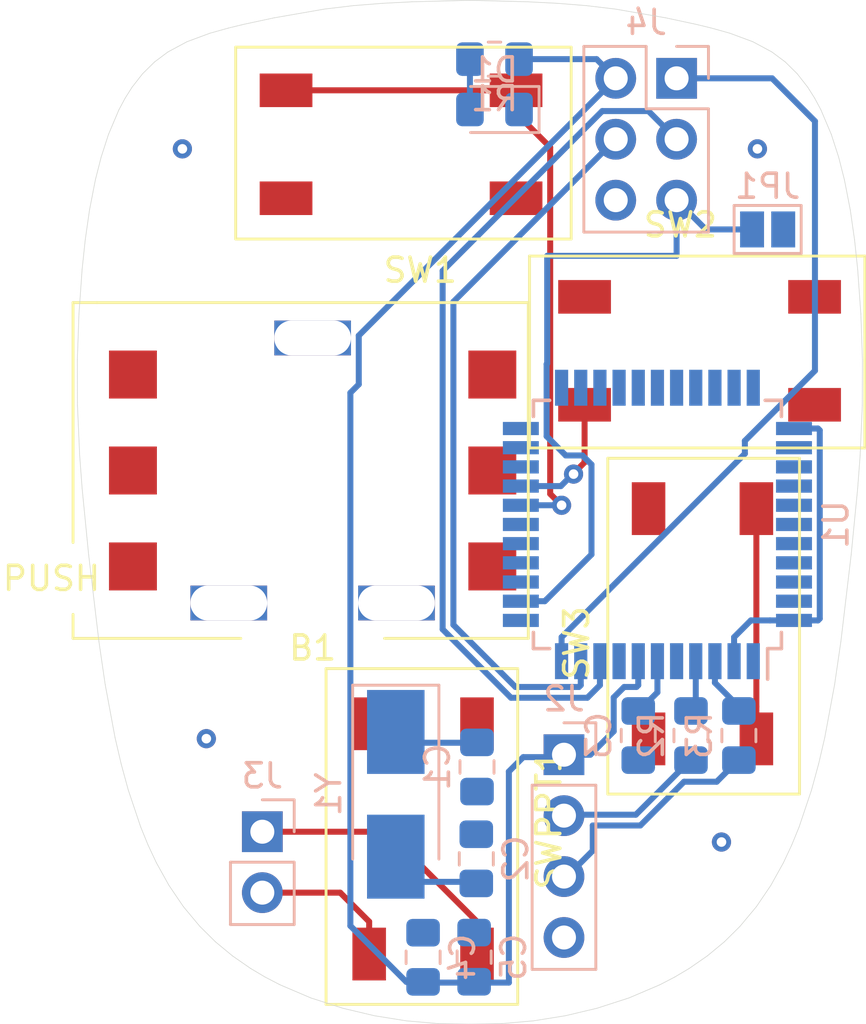
<source format=kicad_pcb>
(kicad_pcb (version 20171130) (host pcbnew "(5.1.5)-3")

  (general
    (thickness 1.6)
    (drawings 98)
    (tracks 106)
    (zones 0)
    (modules 20)
    (nets 41)
  )

  (page A4)
  (layers
    (0 F.Cu signal)
    (31 B.Cu signal)
    (32 B.Adhes user)
    (33 F.Adhes user)
    (34 B.Paste user)
    (35 F.Paste user)
    (36 B.SilkS user hide)
    (37 F.SilkS user)
    (38 B.Mask user)
    (39 F.Mask user)
    (40 Dwgs.User user)
    (41 Cmts.User user)
    (42 Eco1.User user)
    (43 Eco2.User user)
    (44 Edge.Cuts user)
    (45 Margin user hide)
    (46 B.CrtYd user)
    (47 F.CrtYd user)
    (48 B.Fab user hide)
    (49 F.Fab user hide)
  )

  (setup
    (last_trace_width 0.25)
    (trace_clearance 0.2)
    (zone_clearance 0.508)
    (zone_45_only no)
    (trace_min 0.2)
    (via_size 0.8)
    (via_drill 0.4)
    (via_min_size 0.4)
    (via_min_drill 0.3)
    (uvia_size 0.3)
    (uvia_drill 0.1)
    (uvias_allowed no)
    (uvia_min_size 0.2)
    (uvia_min_drill 0.1)
    (edge_width 0.05)
    (segment_width 0.2)
    (pcb_text_width 0.3)
    (pcb_text_size 1.5 1.5)
    (mod_edge_width 0.12)
    (mod_text_size 1 1)
    (mod_text_width 0.15)
    (pad_size 1.524 1.524)
    (pad_drill 0.762)
    (pad_to_mask_clearance 0.051)
    (solder_mask_min_width 0.25)
    (aux_axis_origin 0 0)
    (visible_elements 7FFFFFFF)
    (pcbplotparams
      (layerselection 0x010fc_ffffffff)
      (usegerberextensions false)
      (usegerberattributes false)
      (usegerberadvancedattributes false)
      (creategerberjobfile false)
      (excludeedgelayer true)
      (linewidth 0.100000)
      (plotframeref false)
      (viasonmask false)
      (mode 1)
      (useauxorigin false)
      (hpglpennumber 1)
      (hpglpenspeed 20)
      (hpglpendiameter 15.000000)
      (psnegative false)
      (psa4output false)
      (plotreference true)
      (plotvalue true)
      (plotinvisibletext false)
      (padsonsilk false)
      (subtractmaskfromsilk false)
      (outputformat 1)
      (mirror false)
      (drillshape 1)
      (scaleselection 1)
      (outputdirectory ""))
  )

  (net 0 "")
  (net 1 "Net-(C1-Pad1)")
  (net 2 GND)
  (net 3 "Net-(C2-Pad1)")
  (net 4 "Net-(C3-Pad1)")
  (net 5 "Net-(D1-Pad2)")
  (net 6 /D+)
  (net 7 +5V)
  (net 8 /D-)
  (net 9 "Net-(J3-Pad1)")
  (net 10 "Net-(J3-Pad2)")
  (net 11 "Net-(J4-Pad1)")
  (net 12 "Net-(J4-Pad3)")
  (net 13 "Net-(J4-Pad4)")
  (net 14 "Net-(J4-Pad5)")
  (net 15 "Net-(R2-Pad1)")
  (net 16 "Net-(R3-Pad1)")
  (net 17 "Net-(SW2-Pad1)")
  (net 18 "Net-(SW3-Pad1)")
  (net 19 "Net-(U1-Pad1)")
  (net 20 "Net-(U1-Pad8)")
  (net 21 "Net-(U1-Pad12)")
  (net 22 "Net-(U1-Pad28)")
  (net 23 "Net-(U1-Pad29)")
  (net 24 "Net-(U1-Pad30)")
  (net 25 "Net-(U1-Pad31)")
  (net 26 "Net-(U1-Pad32)")
  (net 27 "Net-(U1-Pad33)")
  (net 28 "Net-(U1-Pad36)")
  (net 29 "Net-(U1-Pad37)")
  (net 30 "Net-(U1-Pad38)")
  (net 31 "Net-(U1-Pad39)")
  (net 32 "Net-(U1-Pad40)")
  (net 33 "Net-(U1-Pad41)")
  (net 34 "Net-(U1-Pad42)")
  (net 35 "Net-(B1-Pad3)")
  (net 36 "Net-(B1-Pad2)")
  (net 37 "Net-(B1-Pad5)")
  (net 38 "Net-(B1-Pad1)")
  (net 39 "Net-(B1-Pad4)")
  (net 40 "Net-(SW1-Pad1)")

  (net_class Default "Dies ist die voreingestellte Netzklasse."
    (clearance 0.2)
    (trace_width 0.25)
    (via_dia 0.8)
    (via_drill 0.4)
    (uvia_dia 0.3)
    (uvia_drill 0.1)
    (add_net +5V)
    (add_net /D+)
    (add_net /D-)
    (add_net GND)
    (add_net "Net-(B1-Pad1)")
    (add_net "Net-(B1-Pad2)")
    (add_net "Net-(B1-Pad3)")
    (add_net "Net-(B1-Pad4)")
    (add_net "Net-(B1-Pad5)")
    (add_net "Net-(C1-Pad1)")
    (add_net "Net-(C2-Pad1)")
    (add_net "Net-(C3-Pad1)")
    (add_net "Net-(D1-Pad2)")
    (add_net "Net-(J3-Pad1)")
    (add_net "Net-(J3-Pad2)")
    (add_net "Net-(J4-Pad1)")
    (add_net "Net-(J4-Pad3)")
    (add_net "Net-(J4-Pad4)")
    (add_net "Net-(J4-Pad5)")
    (add_net "Net-(R2-Pad1)")
    (add_net "Net-(R3-Pad1)")
    (add_net "Net-(SW1-Pad1)")
    (add_net "Net-(SW2-Pad1)")
    (add_net "Net-(SW3-Pad1)")
    (add_net "Net-(U1-Pad1)")
    (add_net "Net-(U1-Pad12)")
    (add_net "Net-(U1-Pad28)")
    (add_net "Net-(U1-Pad29)")
    (add_net "Net-(U1-Pad30)")
    (add_net "Net-(U1-Pad31)")
    (add_net "Net-(U1-Pad32)")
    (add_net "Net-(U1-Pad33)")
    (add_net "Net-(U1-Pad36)")
    (add_net "Net-(U1-Pad37)")
    (add_net "Net-(U1-Pad38)")
    (add_net "Net-(U1-Pad39)")
    (add_net "Net-(U1-Pad40)")
    (add_net "Net-(U1-Pad41)")
    (add_net "Net-(U1-Pad42)")
    (add_net "Net-(U1-Pad8)")
  )

  (net_class +5V ""
    (clearance 0.4)
    (trace_width 0.5)
    (via_dia 0.8)
    (via_drill 0.4)
    (uvia_dia 0.3)
    (uvia_drill 0.1)
  )

  (module Button_Switch_SMD:Reichelt_RAFI_Kurzhubtaster (layer F.Cu) (tedit 5E341CC7) (tstamp 5E308EB0)
    (at 197.97 106.91 90)
    (path /5E2FEFE7)
    (fp_text reference SWPPT1 (at 6.7 2.3 270) (layer F.SilkS)
      (effects (font (size 1 1) (thickness 0.15)))
    )
    (fp_text value SW_Push (at 5.8 -7.9 270) (layer F.Fab)
      (effects (font (size 1 1) (thickness 0.15)))
    )
    (fp_line (start -1 1) (end -1 -7) (layer F.SilkS) (width 0.12))
    (fp_line (start 13 1) (end -1 1) (layer F.SilkS) (width 0.12))
    (fp_line (start 13 -7) (end 13 1) (layer F.SilkS) (width 0.12))
    (fp_line (start -1 -7) (end 13 -7) (layer F.SilkS) (width 0.12))
    (pad 2 smd rect (at 10.7 -0.7 90) (size 2.2 1.4) (layers F.Cu F.Paste F.Mask)
      (net 9 "Net-(J3-Pad1)"))
    (pad 2 smd rect (at 1.1 -0.7 90) (size 2.2 1.4) (layers F.Cu F.Paste F.Mask)
      (net 9 "Net-(J3-Pad1)"))
    (pad 1 smd rect (at 10.7 -5.2 90) (size 2.2 1.4) (layers F.Cu F.Paste F.Mask)
      (net 10 "Net-(J3-Pad2)"))
    (pad 1 smd rect (at 1.1 -5.2 90) (size 2.2 1.4) (layers F.Cu F.Paste F.Mask)
      (net 10 "Net-(J3-Pad2)"))
  )

  (module Button_Switch_SMD:Reichelt_RAFI_Kurzhubtaster (layer F.Cu) (tedit 5E341CC7) (tstamp 5E308EA4)
    (at 203.73 86.14 270)
    (path /5E2E6FE7)
    (fp_text reference SW3 (at 6.7 2.3 270) (layer F.SilkS)
      (effects (font (size 1 1) (thickness 0.15)))
    )
    (fp_text value SW_Push (at 5.8 -7.9 270) (layer F.Fab)
      (effects (font (size 1 1) (thickness 0.15)))
    )
    (fp_line (start -1 1) (end -1 -7) (layer F.SilkS) (width 0.12))
    (fp_line (start 13 1) (end -1 1) (layer F.SilkS) (width 0.12))
    (fp_line (start 13 -7) (end 13 1) (layer F.SilkS) (width 0.12))
    (fp_line (start -1 -7) (end 13 -7) (layer F.SilkS) (width 0.12))
    (pad 2 smd rect (at 10.7 -0.7 270) (size 2.2 1.4) (layers F.Cu F.Paste F.Mask)
      (net 2 GND))
    (pad 2 smd rect (at 1.1 -0.7 270) (size 2.2 1.4) (layers F.Cu F.Paste F.Mask)
      (net 2 GND))
    (pad 1 smd rect (at 10.7 -5.2 270) (size 2.2 1.4) (layers F.Cu F.Paste F.Mask)
      (net 18 "Net-(SW3-Pad1)"))
    (pad 1 smd rect (at 1.1 -5.2 270) (size 2.2 1.4) (layers F.Cu F.Paste F.Mask)
      (net 18 "Net-(SW3-Pad1)"))
  )

  (module Button_Switch_SMD:Reichelt_RAFI_Kurzhubtaster (layer F.Cu) (tedit 5E341CC7) (tstamp 5E308E98)
    (at 212.46 77.71 180)
    (path /5E2E71EB)
    (fp_text reference SW2 (at 6.7 2.3) (layer F.SilkS)
      (effects (font (size 1 1) (thickness 0.15)))
    )
    (fp_text value SW_Push (at 5.8 -7.9) (layer F.Fab)
      (effects (font (size 1 1) (thickness 0.15)))
    )
    (fp_line (start -1 1) (end -1 -7) (layer F.SilkS) (width 0.12))
    (fp_line (start 13 1) (end -1 1) (layer F.SilkS) (width 0.12))
    (fp_line (start 13 -7) (end 13 1) (layer F.SilkS) (width 0.12))
    (fp_line (start -1 -7) (end 13 -7) (layer F.SilkS) (width 0.12))
    (pad 2 smd rect (at 10.7 -0.7 180) (size 2.2 1.4) (layers F.Cu F.Paste F.Mask)
      (net 2 GND))
    (pad 2 smd rect (at 1.1 -0.7 180) (size 2.2 1.4) (layers F.Cu F.Paste F.Mask)
      (net 2 GND))
    (pad 1 smd rect (at 10.7 -5.2 180) (size 2.2 1.4) (layers F.Cu F.Paste F.Mask)
      (net 17 "Net-(SW2-Pad1)"))
    (pad 1 smd rect (at 1.1 -5.2 180) (size 2.2 1.4) (layers F.Cu F.Paste F.Mask)
      (net 17 "Net-(SW2-Pad1)"))
  )

  (module Button_Switch_SMD:Reichelt_RAFI_Kurzhubtaster (layer F.Cu) (tedit 5E341CC7) (tstamp 5E308E8C)
    (at 188.2 75)
    (path /5E2E73C3)
    (fp_text reference SW1 (at 6.7 2.3) (layer F.SilkS)
      (effects (font (size 1 1) (thickness 0.15)))
    )
    (fp_text value SW_Push (at 5.8 -7.9) (layer F.Fab)
      (effects (font (size 1 1) (thickness 0.15)))
    )
    (fp_line (start -1 1) (end -1 -7) (layer F.SilkS) (width 0.12))
    (fp_line (start 13 1) (end -1 1) (layer F.SilkS) (width 0.12))
    (fp_line (start 13 -7) (end 13 1) (layer F.SilkS) (width 0.12))
    (fp_line (start -1 -7) (end 13 -7) (layer F.SilkS) (width 0.12))
    (pad 2 smd rect (at 10.7 -0.7) (size 2.2 1.4) (layers F.Cu F.Paste F.Mask)
      (net 2 GND))
    (pad 2 smd rect (at 1.1 -0.7) (size 2.2 1.4) (layers F.Cu F.Paste F.Mask)
      (net 2 GND))
    (pad 1 smd rect (at 10.7 -5.2) (size 2.2 1.4) (layers F.Cu F.Paste F.Mask)
      (net 40 "Net-(SW1-Pad1)"))
    (pad 1 smd rect (at 1.1 -5.2) (size 2.2 1.4) (layers F.Cu F.Paste F.Mask)
      (net 40 "Net-(SW1-Pad1)"))
  )

  (module Crystal:Crystal_SMD_5032-2Pin_5.0x3.2mm_HandSoldering (layer B.Cu) (tedit 5A0FD1B2) (tstamp 5E308F0E)
    (at 193.88 99.15 270)
    (descr "SMD Crystal SERIES SMD2520/2 http://www.icbase.com/File/PDF/HKC/HKC00061008.pdf, hand-soldering, 5.0x3.2mm^2 package")
    (tags "SMD SMT crystal hand-soldering")
    (path /5E25AE67)
    (attr smd)
    (fp_text reference Y1 (at 0 2.8 90) (layer B.SilkS)
      (effects (font (size 1 1) (thickness 0.15)) (justify mirror))
    )
    (fp_text value 16MHz (at 0 -2.8 90) (layer B.Fab)
      (effects (font (size 1 1) (thickness 0.15)) (justify mirror))
    )
    (fp_circle (center 0 0) (end 0.093333 0) (layer B.Adhes) (width 0.186667))
    (fp_circle (center 0 0) (end 0.213333 0) (layer B.Adhes) (width 0.133333))
    (fp_circle (center 0 0) (end 0.333333 0) (layer B.Adhes) (width 0.133333))
    (fp_circle (center 0 0) (end 0.4 0) (layer B.Adhes) (width 0.1))
    (fp_line (start 4.6 1.9) (end -4.6 1.9) (layer B.CrtYd) (width 0.05))
    (fp_line (start 4.6 -1.9) (end 4.6 1.9) (layer B.CrtYd) (width 0.05))
    (fp_line (start -4.6 -1.9) (end 4.6 -1.9) (layer B.CrtYd) (width 0.05))
    (fp_line (start -4.6 1.9) (end -4.6 -1.9) (layer B.CrtYd) (width 0.05))
    (fp_line (start -4.55 -1.8) (end 2.7 -1.8) (layer B.SilkS) (width 0.12))
    (fp_line (start -4.55 1.8) (end -4.55 -1.8) (layer B.SilkS) (width 0.12))
    (fp_line (start 2.7 1.8) (end -4.55 1.8) (layer B.SilkS) (width 0.12))
    (fp_line (start -2.5 -0.6) (end -1.5 -1.6) (layer B.Fab) (width 0.1))
    (fp_line (start -2.5 1.4) (end -2.3 1.6) (layer B.Fab) (width 0.1))
    (fp_line (start -2.5 -1.4) (end -2.5 1.4) (layer B.Fab) (width 0.1))
    (fp_line (start -2.3 -1.6) (end -2.5 -1.4) (layer B.Fab) (width 0.1))
    (fp_line (start 2.3 -1.6) (end -2.3 -1.6) (layer B.Fab) (width 0.1))
    (fp_line (start 2.5 -1.4) (end 2.3 -1.6) (layer B.Fab) (width 0.1))
    (fp_line (start 2.5 1.4) (end 2.5 -1.4) (layer B.Fab) (width 0.1))
    (fp_line (start 2.3 1.6) (end 2.5 1.4) (layer B.Fab) (width 0.1))
    (fp_line (start -2.3 1.6) (end 2.3 1.6) (layer B.Fab) (width 0.1))
    (fp_text user %R (at 0.245 -0.025 90) (layer B.Fab)
      (effects (font (size 1 1) (thickness 0.15)) (justify mirror))
    )
    (pad 2 smd rect (at 2.6 0 270) (size 3.5 2.4) (layers B.Cu B.Paste B.Mask)
      (net 3 "Net-(C2-Pad1)"))
    (pad 1 smd rect (at -2.6 0 270) (size 3.5 2.4) (layers B.Cu B.Paste B.Mask)
      (net 1 "Net-(C1-Pad1)"))
    (model ${KISYS3DMOD}/Crystal.3dshapes/Crystal_SMD_5032-2Pin_5.0x3.2mm_HandSoldering.wrl
      (at (xyz 0 0 0))
      (scale (xyz 1 1 1))
      (rotate (xyz 0 0 0))
    )
  )

  (module Package_QFP:TQFP-44_10x10mm_P0.8mm (layer B.Cu) (tedit 5A02F146) (tstamp 5E308EF3)
    (at 204.8 87.9 90)
    (descr "44-Lead Plastic Thin Quad Flatpack (PT) - 10x10x1.0 mm Body [TQFP] (see Microchip Packaging Specification 00000049BS.pdf)")
    (tags "QFP 0.8")
    (path /5E246FA4)
    (attr smd)
    (fp_text reference U1 (at 0 7.45 270) (layer B.SilkS)
      (effects (font (size 1 1) (thickness 0.15)) (justify mirror))
    )
    (fp_text value ATmega32U4-AU (at 0 -7.45 270) (layer B.Fab)
      (effects (font (size 1 1) (thickness 0.15)) (justify mirror))
    )
    (fp_line (start -5.175 4.6) (end -6.45 4.6) (layer B.SilkS) (width 0.15))
    (fp_line (start 5.175 5.175) (end 4.5 5.175) (layer B.SilkS) (width 0.15))
    (fp_line (start 5.175 -5.175) (end 4.5 -5.175) (layer B.SilkS) (width 0.15))
    (fp_line (start -5.175 -5.175) (end -4.5 -5.175) (layer B.SilkS) (width 0.15))
    (fp_line (start -5.175 5.175) (end -4.5 5.175) (layer B.SilkS) (width 0.15))
    (fp_line (start -5.175 -5.175) (end -5.175 -4.5) (layer B.SilkS) (width 0.15))
    (fp_line (start 5.175 -5.175) (end 5.175 -4.5) (layer B.SilkS) (width 0.15))
    (fp_line (start 5.175 5.175) (end 5.175 4.5) (layer B.SilkS) (width 0.15))
    (fp_line (start -5.175 5.175) (end -5.175 4.6) (layer B.SilkS) (width 0.15))
    (fp_line (start -6.7 -6.7) (end 6.7 -6.7) (layer B.CrtYd) (width 0.05))
    (fp_line (start -6.7 6.7) (end 6.7 6.7) (layer B.CrtYd) (width 0.05))
    (fp_line (start 6.7 6.7) (end 6.7 -6.7) (layer B.CrtYd) (width 0.05))
    (fp_line (start -6.7 6.7) (end -6.7 -6.7) (layer B.CrtYd) (width 0.05))
    (fp_line (start -5 4) (end -4 5) (layer B.Fab) (width 0.15))
    (fp_line (start -5 -5) (end -5 4) (layer B.Fab) (width 0.15))
    (fp_line (start 5 -5) (end -5 -5) (layer B.Fab) (width 0.15))
    (fp_line (start 5 5) (end 5 -5) (layer B.Fab) (width 0.15))
    (fp_line (start -4 5) (end 5 5) (layer B.Fab) (width 0.15))
    (fp_text user %R (at 0 0 270) (layer B.Fab)
      (effects (font (size 1 1) (thickness 0.15)) (justify mirror))
    )
    (pad 44 smd rect (at -4 5.7) (size 1.5 0.55) (layers B.Cu B.Paste B.Mask)
      (net 7 +5V))
    (pad 43 smd rect (at -3.2 5.7) (size 1.5 0.55) (layers B.Cu B.Paste B.Mask)
      (net 2 GND))
    (pad 42 smd rect (at -2.4 5.7) (size 1.5 0.55) (layers B.Cu B.Paste B.Mask)
      (net 34 "Net-(U1-Pad42)"))
    (pad 41 smd rect (at -1.6 5.7) (size 1.5 0.55) (layers B.Cu B.Paste B.Mask)
      (net 33 "Net-(U1-Pad41)"))
    (pad 40 smd rect (at -0.8 5.7) (size 1.5 0.55) (layers B.Cu B.Paste B.Mask)
      (net 32 "Net-(U1-Pad40)"))
    (pad 39 smd rect (at 0 5.7) (size 1.5 0.55) (layers B.Cu B.Paste B.Mask)
      (net 31 "Net-(U1-Pad39)"))
    (pad 38 smd rect (at 0.8 5.7) (size 1.5 0.55) (layers B.Cu B.Paste B.Mask)
      (net 30 "Net-(U1-Pad38)"))
    (pad 37 smd rect (at 1.6 5.7) (size 1.5 0.55) (layers B.Cu B.Paste B.Mask)
      (net 29 "Net-(U1-Pad37)"))
    (pad 36 smd rect (at 2.4 5.7) (size 1.5 0.55) (layers B.Cu B.Paste B.Mask)
      (net 28 "Net-(U1-Pad36)"))
    (pad 35 smd rect (at 3.2 5.7) (size 1.5 0.55) (layers B.Cu B.Paste B.Mask)
      (net 2 GND))
    (pad 34 smd rect (at 4 5.7) (size 1.5 0.55) (layers B.Cu B.Paste B.Mask)
      (net 7 +5V))
    (pad 33 smd rect (at 5.7 4 90) (size 1.5 0.55) (layers B.Cu B.Paste B.Mask)
      (net 27 "Net-(U1-Pad33)"))
    (pad 32 smd rect (at 5.7 3.2 90) (size 1.5 0.55) (layers B.Cu B.Paste B.Mask)
      (net 26 "Net-(U1-Pad32)"))
    (pad 31 smd rect (at 5.7 2.4 90) (size 1.5 0.55) (layers B.Cu B.Paste B.Mask)
      (net 25 "Net-(U1-Pad31)"))
    (pad 30 smd rect (at 5.7 1.6 90) (size 1.5 0.55) (layers B.Cu B.Paste B.Mask)
      (net 24 "Net-(U1-Pad30)"))
    (pad 29 smd rect (at 5.7 0.8 90) (size 1.5 0.55) (layers B.Cu B.Paste B.Mask)
      (net 23 "Net-(U1-Pad29)"))
    (pad 28 smd rect (at 5.7 0 90) (size 1.5 0.55) (layers B.Cu B.Paste B.Mask)
      (net 22 "Net-(U1-Pad28)"))
    (pad 27 smd rect (at 5.7 -0.8 90) (size 1.5 0.55) (layers B.Cu B.Paste B.Mask)
      (net 35 "Net-(B1-Pad3)"))
    (pad 26 smd rect (at 5.7 -1.6 90) (size 1.5 0.55) (layers B.Cu B.Paste B.Mask)
      (net 36 "Net-(B1-Pad2)"))
    (pad 25 smd rect (at 5.7 -2.4 90) (size 1.5 0.55) (layers B.Cu B.Paste B.Mask)
      (net 39 "Net-(B1-Pad4)"))
    (pad 24 smd rect (at 5.7 -3.2 90) (size 1.5 0.55) (layers B.Cu B.Paste B.Mask)
      (net 7 +5V))
    (pad 23 smd rect (at 5.7 -4 90) (size 1.5 0.55) (layers B.Cu B.Paste B.Mask)
      (net 2 GND))
    (pad 22 smd rect (at 4 -5.7) (size 1.5 0.55) (layers B.Cu B.Paste B.Mask)
      (net 38 "Net-(B1-Pad1)"))
    (pad 21 smd rect (at 3.2 -5.7) (size 1.5 0.55) (layers B.Cu B.Paste B.Mask)
      (net 37 "Net-(B1-Pad5)"))
    (pad 20 smd rect (at 2.4 -5.7) (size 1.5 0.55) (layers B.Cu B.Paste B.Mask)
      (net 18 "Net-(SW3-Pad1)"))
    (pad 19 smd rect (at 1.6 -5.7) (size 1.5 0.55) (layers B.Cu B.Paste B.Mask)
      (net 17 "Net-(SW2-Pad1)"))
    (pad 18 smd rect (at 0.8 -5.7) (size 1.5 0.55) (layers B.Cu B.Paste B.Mask)
      (net 40 "Net-(SW1-Pad1)"))
    (pad 17 smd rect (at 0 -5.7) (size 1.5 0.55) (layers B.Cu B.Paste B.Mask)
      (net 1 "Net-(C1-Pad1)"))
    (pad 16 smd rect (at -0.8 -5.7) (size 1.5 0.55) (layers B.Cu B.Paste B.Mask)
      (net 3 "Net-(C2-Pad1)"))
    (pad 15 smd rect (at -1.6 -5.7) (size 1.5 0.55) (layers B.Cu B.Paste B.Mask)
      (net 2 GND))
    (pad 14 smd rect (at -2.4 -5.7) (size 1.5 0.55) (layers B.Cu B.Paste B.Mask)
      (net 7 +5V))
    (pad 13 smd rect (at -3.2 -5.7) (size 1.5 0.55) (layers B.Cu B.Paste B.Mask)
      (net 14 "Net-(J4-Pad5)"))
    (pad 12 smd rect (at -4 -5.7) (size 1.5 0.55) (layers B.Cu B.Paste B.Mask)
      (net 21 "Net-(U1-Pad12)"))
    (pad 11 smd rect (at -5.7 -4 90) (size 1.5 0.55) (layers B.Cu B.Paste B.Mask)
      (net 11 "Net-(J4-Pad1)"))
    (pad 10 smd rect (at -5.7 -3.2 90) (size 1.5 0.55) (layers B.Cu B.Paste B.Mask)
      (net 13 "Net-(J4-Pad4)"))
    (pad 9 smd rect (at -5.7 -2.4 90) (size 1.5 0.55) (layers B.Cu B.Paste B.Mask)
      (net 12 "Net-(J4-Pad3)"))
    (pad 8 smd rect (at -5.7 -1.6 90) (size 1.5 0.55) (layers B.Cu B.Paste B.Mask)
      (net 20 "Net-(U1-Pad8)"))
    (pad 7 smd rect (at -5.7 -0.8 90) (size 1.5 0.55) (layers B.Cu B.Paste B.Mask)
      (net 7 +5V))
    (pad 6 smd rect (at -5.7 0 90) (size 1.5 0.55) (layers B.Cu B.Paste B.Mask)
      (net 4 "Net-(C3-Pad1)"))
    (pad 5 smd rect (at -5.7 0.8 90) (size 1.5 0.55) (layers B.Cu B.Paste B.Mask)
      (net 2 GND))
    (pad 4 smd rect (at -5.7 1.6 90) (size 1.5 0.55) (layers B.Cu B.Paste B.Mask)
      (net 15 "Net-(R2-Pad1)"))
    (pad 3 smd rect (at -5.7 2.4 90) (size 1.5 0.55) (layers B.Cu B.Paste B.Mask)
      (net 16 "Net-(R3-Pad1)"))
    (pad 2 smd rect (at -5.7 3.2 90) (size 1.5 0.55) (layers B.Cu B.Paste B.Mask)
      (net 7 +5V))
    (pad 1 smd rect (at -5.7 4 90) (size 1.5 0.55) (layers B.Cu B.Paste B.Mask)
      (net 19 "Net-(U1-Pad1)"))
    (model ${KISYS3DMOD}/Package_QFP.3dshapes/TQFP-44_10x10mm_P0.8mm.wrl
      (at (xyz 0 0 0))
      (scale (xyz 1 1 1))
      (rotate (xyz 0 0 0))
    )
  )

  (module Resistor_SMD:R_0805_2012Metric_Pad1.15x1.40mm_HandSolder (layer B.Cu) (tedit 5B36C52B) (tstamp 5E308E80)
    (at 208.2 96.7 270)
    (descr "Resistor SMD 0805 (2012 Metric), square (rectangular) end terminal, IPC_7351 nominal with elongated pad for handsoldering. (Body size source: https://docs.google.com/spreadsheets/d/1BsfQQcO9C6DZCsRaXUlFlo91Tg2WpOkGARC1WS5S8t0/edit?usp=sharing), generated with kicad-footprint-generator")
    (tags "resistor handsolder")
    (path /5E26A31A)
    (attr smd)
    (fp_text reference R3 (at 0 1.65 270) (layer B.SilkS)
      (effects (font (size 1 1) (thickness 0.15)) (justify mirror))
    )
    (fp_text value 22 (at 0 -1.65 270) (layer B.Fab)
      (effects (font (size 1 1) (thickness 0.15)) (justify mirror))
    )
    (fp_text user %R (at 0 0 90) (layer B.Fab)
      (effects (font (size 0.5 0.5) (thickness 0.08)) (justify mirror))
    )
    (fp_line (start 1.85 -0.95) (end -1.85 -0.95) (layer B.CrtYd) (width 0.05))
    (fp_line (start 1.85 0.95) (end 1.85 -0.95) (layer B.CrtYd) (width 0.05))
    (fp_line (start -1.85 0.95) (end 1.85 0.95) (layer B.CrtYd) (width 0.05))
    (fp_line (start -1.85 -0.95) (end -1.85 0.95) (layer B.CrtYd) (width 0.05))
    (fp_line (start -0.261252 -0.71) (end 0.261252 -0.71) (layer B.SilkS) (width 0.12))
    (fp_line (start -0.261252 0.71) (end 0.261252 0.71) (layer B.SilkS) (width 0.12))
    (fp_line (start 1 -0.6) (end -1 -0.6) (layer B.Fab) (width 0.1))
    (fp_line (start 1 0.6) (end 1 -0.6) (layer B.Fab) (width 0.1))
    (fp_line (start -1 0.6) (end 1 0.6) (layer B.Fab) (width 0.1))
    (fp_line (start -1 -0.6) (end -1 0.6) (layer B.Fab) (width 0.1))
    (pad 2 smd roundrect (at 1.025 0 270) (size 1.15 1.4) (layers B.Cu B.Paste B.Mask) (roundrect_rratio 0.217391)
      (net 8 /D-))
    (pad 1 smd roundrect (at -1.025 0 270) (size 1.15 1.4) (layers B.Cu B.Paste B.Mask) (roundrect_rratio 0.217391)
      (net 16 "Net-(R3-Pad1)"))
    (model ${KISYS3DMOD}/Resistor_SMD.3dshapes/R_0805_2012Metric.wrl
      (at (xyz 0 0 0))
      (scale (xyz 1 1 1))
      (rotate (xyz 0 0 0))
    )
  )

  (module Resistor_SMD:R_0805_2012Metric_Pad1.15x1.40mm_HandSolder (layer B.Cu) (tedit 5B36C52B) (tstamp 5E308E6F)
    (at 206.2 96.7 270)
    (descr "Resistor SMD 0805 (2012 Metric), square (rectangular) end terminal, IPC_7351 nominal with elongated pad for handsoldering. (Body size source: https://docs.google.com/spreadsheets/d/1BsfQQcO9C6DZCsRaXUlFlo91Tg2WpOkGARC1WS5S8t0/edit?usp=sharing), generated with kicad-footprint-generator")
    (tags "resistor handsolder")
    (path /5E26921C)
    (attr smd)
    (fp_text reference R2 (at 0 1.65 270) (layer B.SilkS)
      (effects (font (size 1 1) (thickness 0.15)) (justify mirror))
    )
    (fp_text value 22 (at 0 -1.65 270) (layer B.Fab)
      (effects (font (size 1 1) (thickness 0.15)) (justify mirror))
    )
    (fp_text user %R (at 0 0 270) (layer B.Fab)
      (effects (font (size 0.5 0.5) (thickness 0.08)) (justify mirror))
    )
    (fp_line (start 1.85 -0.95) (end -1.85 -0.95) (layer B.CrtYd) (width 0.05))
    (fp_line (start 1.85 0.95) (end 1.85 -0.95) (layer B.CrtYd) (width 0.05))
    (fp_line (start -1.85 0.95) (end 1.85 0.95) (layer B.CrtYd) (width 0.05))
    (fp_line (start -1.85 -0.95) (end -1.85 0.95) (layer B.CrtYd) (width 0.05))
    (fp_line (start -0.261252 -0.71) (end 0.261252 -0.71) (layer B.SilkS) (width 0.12))
    (fp_line (start -0.261252 0.71) (end 0.261252 0.71) (layer B.SilkS) (width 0.12))
    (fp_line (start 1 -0.6) (end -1 -0.6) (layer B.Fab) (width 0.1))
    (fp_line (start 1 0.6) (end 1 -0.6) (layer B.Fab) (width 0.1))
    (fp_line (start -1 0.6) (end 1 0.6) (layer B.Fab) (width 0.1))
    (fp_line (start -1 -0.6) (end -1 0.6) (layer B.Fab) (width 0.1))
    (pad 2 smd roundrect (at 1.025 0 270) (size 1.15 1.4) (layers B.Cu B.Paste B.Mask) (roundrect_rratio 0.217391)
      (net 6 /D+))
    (pad 1 smd roundrect (at -1.025 0 270) (size 1.15 1.4) (layers B.Cu B.Paste B.Mask) (roundrect_rratio 0.217391)
      (net 15 "Net-(R2-Pad1)"))
    (model ${KISYS3DMOD}/Resistor_SMD.3dshapes/R_0805_2012Metric.wrl
      (at (xyz 0 0 0))
      (scale (xyz 1 1 1))
      (rotate (xyz 0 0 0))
    )
  )

  (module Resistor_SMD:R_0805_2012Metric_Pad1.15x1.40mm_HandSolder (layer B.Cu) (tedit 5B36C52B) (tstamp 5E308E5E)
    (at 198 68.5)
    (descr "Resistor SMD 0805 (2012 Metric), square (rectangular) end terminal, IPC_7351 nominal with elongated pad for handsoldering. (Body size source: https://docs.google.com/spreadsheets/d/1BsfQQcO9C6DZCsRaXUlFlo91Tg2WpOkGARC1WS5S8t0/edit?usp=sharing), generated with kicad-footprint-generator")
    (tags "resistor handsolder")
    (path /5E2D762B)
    (attr smd)
    (fp_text reference R1 (at 0 1.65) (layer B.SilkS)
      (effects (font (size 1 1) (thickness 0.15)) (justify mirror))
    )
    (fp_text value 1K (at 0 -1.65) (layer B.Fab)
      (effects (font (size 1 1) (thickness 0.15)) (justify mirror))
    )
    (fp_text user %R (at 0 0) (layer B.Fab)
      (effects (font (size 0.5 0.5) (thickness 0.08)) (justify mirror))
    )
    (fp_line (start 1.85 -0.95) (end -1.85 -0.95) (layer B.CrtYd) (width 0.05))
    (fp_line (start 1.85 0.95) (end 1.85 -0.95) (layer B.CrtYd) (width 0.05))
    (fp_line (start -1.85 0.95) (end 1.85 0.95) (layer B.CrtYd) (width 0.05))
    (fp_line (start -1.85 -0.95) (end -1.85 0.95) (layer B.CrtYd) (width 0.05))
    (fp_line (start -0.261252 -0.71) (end 0.261252 -0.71) (layer B.SilkS) (width 0.12))
    (fp_line (start -0.261252 0.71) (end 0.261252 0.71) (layer B.SilkS) (width 0.12))
    (fp_line (start 1 -0.6) (end -1 -0.6) (layer B.Fab) (width 0.1))
    (fp_line (start 1 0.6) (end 1 -0.6) (layer B.Fab) (width 0.1))
    (fp_line (start -1 0.6) (end 1 0.6) (layer B.Fab) (width 0.1))
    (fp_line (start -1 -0.6) (end -1 0.6) (layer B.Fab) (width 0.1))
    (pad 2 smd roundrect (at 1.025 0) (size 1.15 1.4) (layers B.Cu B.Paste B.Mask) (roundrect_rratio 0.217391)
      (net 7 +5V))
    (pad 1 smd roundrect (at -1.025 0) (size 1.15 1.4) (layers B.Cu B.Paste B.Mask) (roundrect_rratio 0.217391)
      (net 5 "Net-(D1-Pad2)"))
    (model ${KISYS3DMOD}/Resistor_SMD.3dshapes/R_0805_2012Metric.wrl
      (at (xyz 0 0 0))
      (scale (xyz 1 1 1))
      (rotate (xyz 0 0 0))
    )
  )

  (module Jumper:SolderJumper-2_P1.3mm_Open_Pad1.0x1.5mm (layer B.Cu) (tedit 5A3EABFC) (tstamp 5E308E4D)
    (at 209.4 75.6 180)
    (descr "SMD Solder Jumper, 1x1.5mm Pads, 0.3mm gap, open")
    (tags "solder jumper open")
    (path /5E30BCF2)
    (attr virtual)
    (fp_text reference JP1 (at 0 1.8) (layer B.SilkS)
      (effects (font (size 1 1) (thickness 0.15)) (justify mirror))
    )
    (fp_text value Jumper_NO_Small (at 0 -1.9) (layer B.Fab)
      (effects (font (size 1 1) (thickness 0.15)) (justify mirror))
    )
    (fp_line (start 1.65 -1.25) (end -1.65 -1.25) (layer B.CrtYd) (width 0.05))
    (fp_line (start 1.65 -1.25) (end 1.65 1.25) (layer B.CrtYd) (width 0.05))
    (fp_line (start -1.65 1.25) (end -1.65 -1.25) (layer B.CrtYd) (width 0.05))
    (fp_line (start -1.65 1.25) (end 1.65 1.25) (layer B.CrtYd) (width 0.05))
    (fp_line (start -1.4 1) (end 1.4 1) (layer B.SilkS) (width 0.12))
    (fp_line (start 1.4 1) (end 1.4 -1) (layer B.SilkS) (width 0.12))
    (fp_line (start 1.4 -1) (end -1.4 -1) (layer B.SilkS) (width 0.12))
    (fp_line (start -1.4 -1) (end -1.4 1) (layer B.SilkS) (width 0.12))
    (pad 1 smd rect (at -0.65 0 180) (size 1 1.5) (layers B.Cu B.Mask)
      (net 2 GND))
    (pad 2 smd rect (at 0.65 0 180) (size 1 1.5) (layers B.Cu B.Mask)
      (net 14 "Net-(J4-Pad5)"))
  )

  (module Connector_PinHeader_2.54mm:PinHeader_2x03_P2.54mm_Vertical (layer B.Cu) (tedit 59FED5CC) (tstamp 5E308E3F)
    (at 205.6 69.3 180)
    (descr "Through hole straight pin header, 2x03, 2.54mm pitch, double rows")
    (tags "Through hole pin header THT 2x03 2.54mm double row")
    (path /5E2A5CF6)
    (fp_text reference J4 (at 1.27 2.33) (layer B.SilkS)
      (effects (font (size 1 1) (thickness 0.15)) (justify mirror))
    )
    (fp_text value Conn_02x03 (at 1.27 -7.41) (layer B.Fab)
      (effects (font (size 1 1) (thickness 0.15)) (justify mirror))
    )
    (fp_text user %R (at 1.27 -2.54 270) (layer B.Fab)
      (effects (font (size 1 1) (thickness 0.15)) (justify mirror))
    )
    (fp_line (start 4.35 1.8) (end -1.8 1.8) (layer B.CrtYd) (width 0.05))
    (fp_line (start 4.35 -6.85) (end 4.35 1.8) (layer B.CrtYd) (width 0.05))
    (fp_line (start -1.8 -6.85) (end 4.35 -6.85) (layer B.CrtYd) (width 0.05))
    (fp_line (start -1.8 1.8) (end -1.8 -6.85) (layer B.CrtYd) (width 0.05))
    (fp_line (start -1.33 1.33) (end 0 1.33) (layer B.SilkS) (width 0.12))
    (fp_line (start -1.33 0) (end -1.33 1.33) (layer B.SilkS) (width 0.12))
    (fp_line (start 1.27 1.33) (end 3.87 1.33) (layer B.SilkS) (width 0.12))
    (fp_line (start 1.27 -1.27) (end 1.27 1.33) (layer B.SilkS) (width 0.12))
    (fp_line (start -1.33 -1.27) (end 1.27 -1.27) (layer B.SilkS) (width 0.12))
    (fp_line (start 3.87 1.33) (end 3.87 -6.41) (layer B.SilkS) (width 0.12))
    (fp_line (start -1.33 -1.27) (end -1.33 -6.41) (layer B.SilkS) (width 0.12))
    (fp_line (start -1.33 -6.41) (end 3.87 -6.41) (layer B.SilkS) (width 0.12))
    (fp_line (start -1.27 0) (end 0 1.27) (layer B.Fab) (width 0.1))
    (fp_line (start -1.27 -6.35) (end -1.27 0) (layer B.Fab) (width 0.1))
    (fp_line (start 3.81 -6.35) (end -1.27 -6.35) (layer B.Fab) (width 0.1))
    (fp_line (start 3.81 1.27) (end 3.81 -6.35) (layer B.Fab) (width 0.1))
    (fp_line (start 0 1.27) (end 3.81 1.27) (layer B.Fab) (width 0.1))
    (pad 6 thru_hole oval (at 2.54 -5.08 180) (size 1.7 1.7) (drill 1) (layers *.Cu *.Mask)
      (net 2 GND))
    (pad 5 thru_hole oval (at 0 -5.08 180) (size 1.7 1.7) (drill 1) (layers *.Cu *.Mask)
      (net 14 "Net-(J4-Pad5)"))
    (pad 4 thru_hole oval (at 2.54 -2.54 180) (size 1.7 1.7) (drill 1) (layers *.Cu *.Mask)
      (net 13 "Net-(J4-Pad4)"))
    (pad 3 thru_hole oval (at 0 -2.54 180) (size 1.7 1.7) (drill 1) (layers *.Cu *.Mask)
      (net 12 "Net-(J4-Pad3)"))
    (pad 2 thru_hole oval (at 2.54 0 180) (size 1.7 1.7) (drill 1) (layers *.Cu *.Mask)
      (net 7 +5V))
    (pad 1 thru_hole rect (at 0 0 180) (size 1.7 1.7) (drill 1) (layers *.Cu *.Mask)
      (net 11 "Net-(J4-Pad1)"))
    (model ${KISYS3DMOD}/Connector_PinHeader_2.54mm.3dshapes/PinHeader_2x03_P2.54mm_Vertical.wrl
      (at (xyz 0 0 0))
      (scale (xyz 1 1 1))
      (rotate (xyz 0 0 0))
    )
  )

  (module Connector_PinHeader_2.54mm:PinHeader_1x02_P2.54mm_Vertical (layer B.Cu) (tedit 59FED5CC) (tstamp 5E308E23)
    (at 188.31 100.71 180)
    (descr "Through hole straight pin header, 1x02, 2.54mm pitch, single row")
    (tags "Through hole pin header THT 1x02 2.54mm single row")
    (path /5E312D11)
    (fp_text reference J3 (at 0 2.33) (layer B.SilkS)
      (effects (font (size 1 1) (thickness 0.15)) (justify mirror))
    )
    (fp_text value Conn_01x02 (at 0 -4.87) (layer B.Fab)
      (effects (font (size 1 1) (thickness 0.15)) (justify mirror))
    )
    (fp_text user %R (at 0 -1.27 270) (layer B.Fab)
      (effects (font (size 1 1) (thickness 0.15)) (justify mirror))
    )
    (fp_line (start 1.8 1.8) (end -1.8 1.8) (layer B.CrtYd) (width 0.05))
    (fp_line (start 1.8 -4.35) (end 1.8 1.8) (layer B.CrtYd) (width 0.05))
    (fp_line (start -1.8 -4.35) (end 1.8 -4.35) (layer B.CrtYd) (width 0.05))
    (fp_line (start -1.8 1.8) (end -1.8 -4.35) (layer B.CrtYd) (width 0.05))
    (fp_line (start -1.33 1.33) (end 0 1.33) (layer B.SilkS) (width 0.12))
    (fp_line (start -1.33 0) (end -1.33 1.33) (layer B.SilkS) (width 0.12))
    (fp_line (start -1.33 -1.27) (end 1.33 -1.27) (layer B.SilkS) (width 0.12))
    (fp_line (start 1.33 -1.27) (end 1.33 -3.87) (layer B.SilkS) (width 0.12))
    (fp_line (start -1.33 -1.27) (end -1.33 -3.87) (layer B.SilkS) (width 0.12))
    (fp_line (start -1.33 -3.87) (end 1.33 -3.87) (layer B.SilkS) (width 0.12))
    (fp_line (start -1.27 0.635) (end -0.635 1.27) (layer B.Fab) (width 0.1))
    (fp_line (start -1.27 -3.81) (end -1.27 0.635) (layer B.Fab) (width 0.1))
    (fp_line (start 1.27 -3.81) (end -1.27 -3.81) (layer B.Fab) (width 0.1))
    (fp_line (start 1.27 1.27) (end 1.27 -3.81) (layer B.Fab) (width 0.1))
    (fp_line (start -0.635 1.27) (end 1.27 1.27) (layer B.Fab) (width 0.1))
    (pad 2 thru_hole oval (at 0 -2.54 180) (size 1.7 1.7) (drill 1) (layers *.Cu *.Mask)
      (net 10 "Net-(J3-Pad2)"))
    (pad 1 thru_hole rect (at 0 0 180) (size 1.7 1.7) (drill 1) (layers *.Cu *.Mask)
      (net 9 "Net-(J3-Pad1)"))
    (model ${KISYS3DMOD}/Connector_PinHeader_2.54mm.3dshapes/PinHeader_1x02_P2.54mm_Vertical.wrl
      (at (xyz 0 0 0))
      (scale (xyz 1 1 1))
      (rotate (xyz 0 0 0))
    )
  )

  (module Connector_PinHeader_2.54mm:PinHeader_1x04_P2.54mm_Vertical (layer B.Cu) (tedit 59FED5CC) (tstamp 5E308E0D)
    (at 200.9 97.5 180)
    (descr "Through hole straight pin header, 1x04, 2.54mm pitch, single row")
    (tags "Through hole pin header THT 1x04 2.54mm single row")
    (path /5E306688)
    (fp_text reference J2 (at 0 2.33) (layer B.SilkS)
      (effects (font (size 1 1) (thickness 0.15)) (justify mirror))
    )
    (fp_text value Conn_01x04_USB (at 0 -9.95) (layer B.Fab)
      (effects (font (size 1 1) (thickness 0.15)) (justify mirror))
    )
    (fp_text user %R (at 0 -3.81 270) (layer B.Fab)
      (effects (font (size 1 1) (thickness 0.15)) (justify mirror))
    )
    (fp_line (start 1.8 1.8) (end -1.8 1.8) (layer B.CrtYd) (width 0.05))
    (fp_line (start 1.8 -9.4) (end 1.8 1.8) (layer B.CrtYd) (width 0.05))
    (fp_line (start -1.8 -9.4) (end 1.8 -9.4) (layer B.CrtYd) (width 0.05))
    (fp_line (start -1.8 1.8) (end -1.8 -9.4) (layer B.CrtYd) (width 0.05))
    (fp_line (start -1.33 1.33) (end 0 1.33) (layer B.SilkS) (width 0.12))
    (fp_line (start -1.33 0) (end -1.33 1.33) (layer B.SilkS) (width 0.12))
    (fp_line (start -1.33 -1.27) (end 1.33 -1.27) (layer B.SilkS) (width 0.12))
    (fp_line (start 1.33 -1.27) (end 1.33 -8.95) (layer B.SilkS) (width 0.12))
    (fp_line (start -1.33 -1.27) (end -1.33 -8.95) (layer B.SilkS) (width 0.12))
    (fp_line (start -1.33 -8.95) (end 1.33 -8.95) (layer B.SilkS) (width 0.12))
    (fp_line (start -1.27 0.635) (end -0.635 1.27) (layer B.Fab) (width 0.1))
    (fp_line (start -1.27 -8.89) (end -1.27 0.635) (layer B.Fab) (width 0.1))
    (fp_line (start 1.27 -8.89) (end -1.27 -8.89) (layer B.Fab) (width 0.1))
    (fp_line (start 1.27 1.27) (end 1.27 -8.89) (layer B.Fab) (width 0.1))
    (fp_line (start -0.635 1.27) (end 1.27 1.27) (layer B.Fab) (width 0.1))
    (pad 4 thru_hole oval (at 0 -7.62 180) (size 1.7 1.7) (drill 1) (layers *.Cu *.Mask)
      (net 2 GND))
    (pad 3 thru_hole oval (at 0 -5.08 180) (size 1.7 1.7) (drill 1) (layers *.Cu *.Mask)
      (net 8 /D-))
    (pad 2 thru_hole oval (at 0 -2.54 180) (size 1.7 1.7) (drill 1) (layers *.Cu *.Mask)
      (net 6 /D+))
    (pad 1 thru_hole rect (at 0 0 180) (size 1.7 1.7) (drill 1) (layers *.Cu *.Mask)
      (net 7 +5V))
    (model ${KISYS3DMOD}/Connector_PinHeader_2.54mm.3dshapes/PinHeader_1x04_P2.54mm_Vertical.wrl
      (at (xyz 0 0 0))
      (scale (xyz 1 1 1))
      (rotate (xyz 0 0 0))
    )
  )

  (module LED_SMD:LED_0805_2012Metric_Pad1.15x1.40mm_HandSolder (layer B.Cu) (tedit 5B4B45C9) (tstamp 5E308DF5)
    (at 198 70.6 180)
    (descr "LED SMD 0805 (2012 Metric), square (rectangular) end terminal, IPC_7351 nominal, (Body size source: https://docs.google.com/spreadsheets/d/1BsfQQcO9C6DZCsRaXUlFlo91Tg2WpOkGARC1WS5S8t0/edit?usp=sharing), generated with kicad-footprint-generator")
    (tags "LED handsolder")
    (path /5E2D8127)
    (attr smd)
    (fp_text reference D1 (at 0 1.65) (layer B.SilkS)
      (effects (font (size 1 1) (thickness 0.15)) (justify mirror))
    )
    (fp_text value LED (at 0 -1.65) (layer B.Fab)
      (effects (font (size 1 1) (thickness 0.15)) (justify mirror))
    )
    (fp_text user %R (at 0 0) (layer B.Fab)
      (effects (font (size 0.5 0.5) (thickness 0.08)) (justify mirror))
    )
    (fp_line (start 1.85 -0.95) (end -1.85 -0.95) (layer B.CrtYd) (width 0.05))
    (fp_line (start 1.85 0.95) (end 1.85 -0.95) (layer B.CrtYd) (width 0.05))
    (fp_line (start -1.85 0.95) (end 1.85 0.95) (layer B.CrtYd) (width 0.05))
    (fp_line (start -1.85 -0.95) (end -1.85 0.95) (layer B.CrtYd) (width 0.05))
    (fp_line (start -1.86 -0.96) (end 1 -0.96) (layer B.SilkS) (width 0.12))
    (fp_line (start -1.86 0.96) (end -1.86 -0.96) (layer B.SilkS) (width 0.12))
    (fp_line (start 1 0.96) (end -1.86 0.96) (layer B.SilkS) (width 0.12))
    (fp_line (start 1 -0.6) (end 1 0.6) (layer B.Fab) (width 0.1))
    (fp_line (start -1 -0.6) (end 1 -0.6) (layer B.Fab) (width 0.1))
    (fp_line (start -1 0.3) (end -1 -0.6) (layer B.Fab) (width 0.1))
    (fp_line (start -0.7 0.6) (end -1 0.3) (layer B.Fab) (width 0.1))
    (fp_line (start 1 0.6) (end -0.7 0.6) (layer B.Fab) (width 0.1))
    (pad 2 smd roundrect (at 1.025 0 180) (size 1.15 1.4) (layers B.Cu B.Paste B.Mask) (roundrect_rratio 0.217391)
      (net 5 "Net-(D1-Pad2)"))
    (pad 1 smd roundrect (at -1.025 0 180) (size 1.15 1.4) (layers B.Cu B.Paste B.Mask) (roundrect_rratio 0.217391)
      (net 2 GND))
    (model ${KISYS3DMOD}/LED_SMD.3dshapes/LED_0805_2012Metric.wrl
      (at (xyz 0 0 0))
      (scale (xyz 1 1 1))
      (rotate (xyz 0 0 0))
    )
  )

  (module Capacitor_SMD:C_0805_2012Metric_Pad1.15x1.40mm_HandSolder (layer B.Cu) (tedit 5B36C52B) (tstamp 5E308DE2)
    (at 197.15 105.94 90)
    (descr "Capacitor SMD 0805 (2012 Metric), square (rectangular) end terminal, IPC_7351 nominal with elongated pad for handsoldering. (Body size source: https://docs.google.com/spreadsheets/d/1BsfQQcO9C6DZCsRaXUlFlo91Tg2WpOkGARC1WS5S8t0/edit?usp=sharing), generated with kicad-footprint-generator")
    (tags "capacitor handsolder")
    (path /5E305E95)
    (attr smd)
    (fp_text reference C5 (at 0 1.65 270) (layer B.SilkS)
      (effects (font (size 1 1) (thickness 0.15)) (justify mirror))
    )
    (fp_text value 10uF (at 0 -1.65 270) (layer B.Fab)
      (effects (font (size 1 1) (thickness 0.15)) (justify mirror))
    )
    (fp_text user %R (at 0 0 270) (layer B.Fab)
      (effects (font (size 0.5 0.5) (thickness 0.08)) (justify mirror))
    )
    (fp_line (start 1.85 -0.95) (end -1.85 -0.95) (layer B.CrtYd) (width 0.05))
    (fp_line (start 1.85 0.95) (end 1.85 -0.95) (layer B.CrtYd) (width 0.05))
    (fp_line (start -1.85 0.95) (end 1.85 0.95) (layer B.CrtYd) (width 0.05))
    (fp_line (start -1.85 -0.95) (end -1.85 0.95) (layer B.CrtYd) (width 0.05))
    (fp_line (start -0.261252 -0.71) (end 0.261252 -0.71) (layer B.SilkS) (width 0.12))
    (fp_line (start -0.261252 0.71) (end 0.261252 0.71) (layer B.SilkS) (width 0.12))
    (fp_line (start 1 -0.6) (end -1 -0.6) (layer B.Fab) (width 0.1))
    (fp_line (start 1 0.6) (end 1 -0.6) (layer B.Fab) (width 0.1))
    (fp_line (start -1 0.6) (end 1 0.6) (layer B.Fab) (width 0.1))
    (fp_line (start -1 -0.6) (end -1 0.6) (layer B.Fab) (width 0.1))
    (pad 2 smd roundrect (at 1.025 0 90) (size 1.15 1.4) (layers B.Cu B.Paste B.Mask) (roundrect_rratio 0.217391)
      (net 2 GND))
    (pad 1 smd roundrect (at -1.025 0 90) (size 1.15 1.4) (layers B.Cu B.Paste B.Mask) (roundrect_rratio 0.217391)
      (net 7 +5V))
    (model ${KISYS3DMOD}/Capacitor_SMD.3dshapes/C_0805_2012Metric.wrl
      (at (xyz 0 0 0))
      (scale (xyz 1 1 1))
      (rotate (xyz 0 0 0))
    )
  )

  (module Capacitor_SMD:C_0805_2012Metric_Pad1.15x1.40mm_HandSolder (layer B.Cu) (tedit 5B36C52B) (tstamp 5E308DD1)
    (at 195.02 105.945 90)
    (descr "Capacitor SMD 0805 (2012 Metric), square (rectangular) end terminal, IPC_7351 nominal with elongated pad for handsoldering. (Body size source: https://docs.google.com/spreadsheets/d/1BsfQQcO9C6DZCsRaXUlFlo91Tg2WpOkGARC1WS5S8t0/edit?usp=sharing), generated with kicad-footprint-generator")
    (tags "capacitor handsolder")
    (path /5E305386)
    (attr smd)
    (fp_text reference C4 (at 0 1.65 270) (layer B.SilkS)
      (effects (font (size 1 1) (thickness 0.15)) (justify mirror))
    )
    (fp_text value 0.1uF (at 0 -1.65 270) (layer B.Fab)
      (effects (font (size 1 1) (thickness 0.15)) (justify mirror))
    )
    (fp_text user %R (at 0 0 270) (layer B.Fab)
      (effects (font (size 0.5 0.5) (thickness 0.08)) (justify mirror))
    )
    (fp_line (start 1.85 -0.95) (end -1.85 -0.95) (layer B.CrtYd) (width 0.05))
    (fp_line (start 1.85 0.95) (end 1.85 -0.95) (layer B.CrtYd) (width 0.05))
    (fp_line (start -1.85 0.95) (end 1.85 0.95) (layer B.CrtYd) (width 0.05))
    (fp_line (start -1.85 -0.95) (end -1.85 0.95) (layer B.CrtYd) (width 0.05))
    (fp_line (start -0.261252 -0.71) (end 0.261252 -0.71) (layer B.SilkS) (width 0.12))
    (fp_line (start -0.261252 0.71) (end 0.261252 0.71) (layer B.SilkS) (width 0.12))
    (fp_line (start 1 -0.6) (end -1 -0.6) (layer B.Fab) (width 0.1))
    (fp_line (start 1 0.6) (end 1 -0.6) (layer B.Fab) (width 0.1))
    (fp_line (start -1 0.6) (end 1 0.6) (layer B.Fab) (width 0.1))
    (fp_line (start -1 -0.6) (end -1 0.6) (layer B.Fab) (width 0.1))
    (pad 2 smd roundrect (at 1.025 0 90) (size 1.15 1.4) (layers B.Cu B.Paste B.Mask) (roundrect_rratio 0.217391)
      (net 2 GND))
    (pad 1 smd roundrect (at -1.025 0 90) (size 1.15 1.4) (layers B.Cu B.Paste B.Mask) (roundrect_rratio 0.217391)
      (net 7 +5V))
    (model ${KISYS3DMOD}/Capacitor_SMD.3dshapes/C_0805_2012Metric.wrl
      (at (xyz 0 0 0))
      (scale (xyz 1 1 1))
      (rotate (xyz 0 0 0))
    )
  )

  (module Capacitor_SMD:C_0805_2012Metric_Pad1.15x1.40mm_HandSolder (layer B.Cu) (tedit 5B36C52B) (tstamp 5E308DC0)
    (at 204 96.7 270)
    (descr "Capacitor SMD 0805 (2012 Metric), square (rectangular) end terminal, IPC_7351 nominal with elongated pad for handsoldering. (Body size source: https://docs.google.com/spreadsheets/d/1BsfQQcO9C6DZCsRaXUlFlo91Tg2WpOkGARC1WS5S8t0/edit?usp=sharing), generated with kicad-footprint-generator")
    (tags "capacitor handsolder")
    (path /5E2D98E7)
    (attr smd)
    (fp_text reference C3 (at 0 1.65 90) (layer B.SilkS)
      (effects (font (size 1 1) (thickness 0.15)) (justify mirror))
    )
    (fp_text value 1uF (at 0 -1.65 90) (layer B.Fab)
      (effects (font (size 1 1) (thickness 0.15)) (justify mirror))
    )
    (fp_text user %R (at 0 0 90) (layer B.Fab)
      (effects (font (size 0.5 0.5) (thickness 0.08)) (justify mirror))
    )
    (fp_line (start 1.85 -0.95) (end -1.85 -0.95) (layer B.CrtYd) (width 0.05))
    (fp_line (start 1.85 0.95) (end 1.85 -0.95) (layer B.CrtYd) (width 0.05))
    (fp_line (start -1.85 0.95) (end 1.85 0.95) (layer B.CrtYd) (width 0.05))
    (fp_line (start -1.85 -0.95) (end -1.85 0.95) (layer B.CrtYd) (width 0.05))
    (fp_line (start -0.261252 -0.71) (end 0.261252 -0.71) (layer B.SilkS) (width 0.12))
    (fp_line (start -0.261252 0.71) (end 0.261252 0.71) (layer B.SilkS) (width 0.12))
    (fp_line (start 1 -0.6) (end -1 -0.6) (layer B.Fab) (width 0.1))
    (fp_line (start 1 0.6) (end 1 -0.6) (layer B.Fab) (width 0.1))
    (fp_line (start -1 0.6) (end 1 0.6) (layer B.Fab) (width 0.1))
    (fp_line (start -1 -0.6) (end -1 0.6) (layer B.Fab) (width 0.1))
    (pad 2 smd roundrect (at 1.025 0 270) (size 1.15 1.4) (layers B.Cu B.Paste B.Mask) (roundrect_rratio 0.217391)
      (net 2 GND))
    (pad 1 smd roundrect (at -1.025 0 270) (size 1.15 1.4) (layers B.Cu B.Paste B.Mask) (roundrect_rratio 0.217391)
      (net 4 "Net-(C3-Pad1)"))
    (model ${KISYS3DMOD}/Capacitor_SMD.3dshapes/C_0805_2012Metric.wrl
      (at (xyz 0 0 0))
      (scale (xyz 1 1 1))
      (rotate (xyz 0 0 0))
    )
  )

  (module Capacitor_SMD:C_0805_2012Metric_Pad1.15x1.40mm_HandSolder (layer B.Cu) (tedit 5B36C52B) (tstamp 5E308DAF)
    (at 197.24 101.84 90)
    (descr "Capacitor SMD 0805 (2012 Metric), square (rectangular) end terminal, IPC_7351 nominal with elongated pad for handsoldering. (Body size source: https://docs.google.com/spreadsheets/d/1BsfQQcO9C6DZCsRaXUlFlo91Tg2WpOkGARC1WS5S8t0/edit?usp=sharing), generated with kicad-footprint-generator")
    (tags "capacitor handsolder")
    (path /5E25A787)
    (attr smd)
    (fp_text reference C2 (at 0 1.65 90) (layer B.SilkS)
      (effects (font (size 1 1) (thickness 0.15)) (justify mirror))
    )
    (fp_text value 18pf (at 0 -1.65 90) (layer B.Fab)
      (effects (font (size 1 1) (thickness 0.15)) (justify mirror))
    )
    (fp_text user %R (at 0 0 90) (layer B.Fab)
      (effects (font (size 0.5 0.5) (thickness 0.08)) (justify mirror))
    )
    (fp_line (start 1.85 -0.95) (end -1.85 -0.95) (layer B.CrtYd) (width 0.05))
    (fp_line (start 1.85 0.95) (end 1.85 -0.95) (layer B.CrtYd) (width 0.05))
    (fp_line (start -1.85 0.95) (end 1.85 0.95) (layer B.CrtYd) (width 0.05))
    (fp_line (start -1.85 -0.95) (end -1.85 0.95) (layer B.CrtYd) (width 0.05))
    (fp_line (start -0.261252 -0.71) (end 0.261252 -0.71) (layer B.SilkS) (width 0.12))
    (fp_line (start -0.261252 0.71) (end 0.261252 0.71) (layer B.SilkS) (width 0.12))
    (fp_line (start 1 -0.6) (end -1 -0.6) (layer B.Fab) (width 0.1))
    (fp_line (start 1 0.6) (end 1 -0.6) (layer B.Fab) (width 0.1))
    (fp_line (start -1 0.6) (end 1 0.6) (layer B.Fab) (width 0.1))
    (fp_line (start -1 -0.6) (end -1 0.6) (layer B.Fab) (width 0.1))
    (pad 2 smd roundrect (at 1.025 0 90) (size 1.15 1.4) (layers B.Cu B.Paste B.Mask) (roundrect_rratio 0.217391)
      (net 2 GND))
    (pad 1 smd roundrect (at -1.025 0 90) (size 1.15 1.4) (layers B.Cu B.Paste B.Mask) (roundrect_rratio 0.217391)
      (net 3 "Net-(C2-Pad1)"))
    (model ${KISYS3DMOD}/Capacitor_SMD.3dshapes/C_0805_2012Metric.wrl
      (at (xyz 0 0 0))
      (scale (xyz 1 1 1))
      (rotate (xyz 0 0 0))
    )
  )

  (module Capacitor_SMD:C_0805_2012Metric_Pad1.15x1.40mm_HandSolder (layer B.Cu) (tedit 5B36C52B) (tstamp 5E308D9E)
    (at 197.27 98.01 270)
    (descr "Capacitor SMD 0805 (2012 Metric), square (rectangular) end terminal, IPC_7351 nominal with elongated pad for handsoldering. (Body size source: https://docs.google.com/spreadsheets/d/1BsfQQcO9C6DZCsRaXUlFlo91Tg2WpOkGARC1WS5S8t0/edit?usp=sharing), generated with kicad-footprint-generator")
    (tags "capacitor handsolder")
    (path /5E25A032)
    (attr smd)
    (fp_text reference C1 (at 0 1.65 270) (layer B.SilkS)
      (effects (font (size 1 1) (thickness 0.15)) (justify mirror))
    )
    (fp_text value 18pf (at 0 -1.65 270) (layer B.Fab)
      (effects (font (size 1 1) (thickness 0.15)) (justify mirror))
    )
    (fp_text user %R (at 0 0 270) (layer B.Fab)
      (effects (font (size 0.5 0.5) (thickness 0.08)) (justify mirror))
    )
    (fp_line (start 1.85 -0.95) (end -1.85 -0.95) (layer B.CrtYd) (width 0.05))
    (fp_line (start 1.85 0.95) (end 1.85 -0.95) (layer B.CrtYd) (width 0.05))
    (fp_line (start -1.85 0.95) (end 1.85 0.95) (layer B.CrtYd) (width 0.05))
    (fp_line (start -1.85 -0.95) (end -1.85 0.95) (layer B.CrtYd) (width 0.05))
    (fp_line (start -0.261252 -0.71) (end 0.261252 -0.71) (layer B.SilkS) (width 0.12))
    (fp_line (start -0.261252 0.71) (end 0.261252 0.71) (layer B.SilkS) (width 0.12))
    (fp_line (start 1 -0.6) (end -1 -0.6) (layer B.Fab) (width 0.1))
    (fp_line (start 1 0.6) (end 1 -0.6) (layer B.Fab) (width 0.1))
    (fp_line (start -1 0.6) (end 1 0.6) (layer B.Fab) (width 0.1))
    (fp_line (start -1 -0.6) (end -1 0.6) (layer B.Fab) (width 0.1))
    (pad 2 smd roundrect (at 1.025 0 270) (size 1.15 1.4) (layers B.Cu B.Paste B.Mask) (roundrect_rratio 0.217391)
      (net 2 GND))
    (pad 1 smd roundrect (at -1.025 0 270) (size 1.15 1.4) (layers B.Cu B.Paste B.Mask) (roundrect_rratio 0.217391)
      (net 1 "Net-(C1-Pad1)"))
    (model ${KISYS3DMOD}/Capacitor_SMD.3dshapes/C_0805_2012Metric.wrl
      (at (xyz 0 0 0))
      (scale (xyz 1 1 1))
      (rotate (xyz 0 0 0))
    )
  )

  (module Button_Switch_THT:JS5208 (layer F.Cu) (tedit 5E3033DF) (tstamp 5E308D8D)
    (at 190.41 85.65)
    (path /5E2B28E4)
    (fp_text reference B1 (at 0 7.4) (layer F.SilkS)
      (effects (font (size 1 1) (thickness 0.15)))
    )
    (fp_text value 4-direction-joystick (at 0.1 0) (layer F.Fab)
      (effects (font (size 1 1) (thickness 0.15)))
    )
    (fp_line (start -10 -7) (end -9 -7) (layer F.SilkS) (width 0.12))
    (fp_line (start -10 3) (end -10 -7) (layer F.SilkS) (width 0.12))
    (fp_line (start -10 7) (end -10 6) (layer F.SilkS) (width 0.12))
    (fp_line (start -3 7) (end -10 7) (layer F.SilkS) (width 0.12))
    (fp_line (start 9 7) (end 3 7) (layer F.SilkS) (width 0.12))
    (fp_line (start 9 -7) (end 9 7) (layer F.SilkS) (width 0.12))
    (fp_line (start -9 -7) (end 9 -7) (layer F.SilkS) (width 0.12))
    (fp_text user PUSH (at -10.9 4.5) (layer F.SilkS)
      (effects (font (size 1 1) (thickness 0.15)))
    )
    (pad 6 smd rect (at 7.5 4) (size 2 2) (layers F.Cu F.Paste F.Mask)
      (net 2 GND))
    (pad 3 smd rect (at -7.5 4) (size 2 2) (layers F.Cu F.Paste F.Mask)
      (net 35 "Net-(B1-Pad3)"))
    (pad 2 smd rect (at -7.5 0) (size 2 2) (layers F.Cu F.Paste F.Mask)
      (net 36 "Net-(B1-Pad2)"))
    (pad 5 smd rect (at 7.5 0) (size 2 2) (layers F.Cu F.Paste F.Mask)
      (net 37 "Net-(B1-Pad5)"))
    (pad 1 smd rect (at -7.5 -4) (size 2 2) (layers F.Cu F.Paste F.Mask)
      (net 38 "Net-(B1-Pad1)"))
    (pad 4 smd rect (at 7.5 -4) (size 2 2) (layers F.Cu F.Paste F.Mask)
      (net 39 "Net-(B1-Pad4)"))
    (pad "" np_thru_hole rect (at -3.5 5.525) (size 3.2 1.45) (drill oval 3.2 1.45) (layers *.Cu *.Mask))
    (pad "" np_thru_hole rect (at 3.5 5.525) (size 3.2 1.45) (drill oval 3.2 1.45) (layers *.Cu *.Mask))
    (pad "" np_thru_hole rect (at 0 -5.525) (size 3.2 1.45) (drill oval 3.2 1.45) (layers *.Cu *.Mask))
    (pad "" np_thru_hole circle (at -3 3) (size 1.6 1.6) (drill 1.6) (layers *.Cu *.Mask))
    (pad "" np_thru_hole circle (at 3 -3) (size 1.6 1.6) (drill 1.6) (layers *.Cu *.Mask))
  )

  (gr_line (start 195.64687 108.70993) (end 196.97351 108.73) (layer Edge.Cuts) (width 0.0254) (tstamp 5E304552))
  (gr_line (start 192.9913 108.38202) (end 194.31845 108.59436) (layer Edge.Cuts) (width 0.0254) (tstamp 5E304551))
  (gr_line (start 186.35402 105.30024) (end 187.06319 105.88622) (layer Edge.Cuts) (width 0.0254) (tstamp 5E304550))
  (gr_line (start 191.67202 108.07011) (end 192.9913 108.38202) (layer Edge.Cuts) (width 0.0254) (tstamp 5E30454F))
  (gr_line (start 187.06319 105.88622) (end 187.82341 106.412) (layer Edge.Cuts) (width 0.0254) (tstamp 5E30454E))
  (gr_line (start 189.04363 107.08967) (end 190.33547 107.63958) (layer Edge.Cuts) (width 0.0254) (tstamp 5E30454D))
  (gr_line (start 190.33547 107.63958) (end 191.67202 108.07011) (layer Edge.Cuts) (width 0.0254) (tstamp 5E30454C))
  (gr_line (start 188.42285 106.76734) (end 189.04363 107.08967) (layer Edge.Cuts) (width 0.0254) (tstamp 5E30454B))
  (gr_line (start 187.82341 106.412) (end 188.42285 106.76734) (layer Edge.Cuts) (width 0.0254) (tstamp 5E30454A))
  (gr_line (start 194.31845 108.59436) (end 195.64687 108.70993) (layer Edge.Cuts) (width 0.0254) (tstamp 5E304549))
  (gr_line (start 184.41194 102.94515) (end 185.0157 103.83364) (layer Edge.Cuts) (width 0.0254) (tstamp 5E304548))
  (gr_line (start 183.54173 101.26646) (end 183.88717 102.00179) (layer Edge.Cuts) (width 0.0254) (tstamp 5E304547))
  (gr_line (start 183.23389 100.5131) (end 183.54173 101.26646) (layer Edge.Cuts) (width 0.0254) (tstamp 5E304546))
  (gr_line (start 182.41778 97.88115) (end 182.71598 98.97386) (layer Edge.Cuts) (width 0.0254) (tstamp 5E304545))
  (gr_line (start 180.59 81.02647) (end 180.59483 82.93655) (layer Edge.Cuts) (width 0.0254) (tstamp 5E304544))
  (gr_line (start 181.48967 92.77778) (end 181.7523 94.57763) (layer Edge.Cuts) (width 0.0254) (tstamp 5E304543))
  (gr_line (start 180.78837 77.26829) (end 180.65629 79.12986) (layer Edge.Cuts) (width 0.0254) (tstamp 5E304542))
  (gr_line (start 181.88997 71.63584) (end 181.58339 72.58402) (layer Edge.Cuts) (width 0.0254) (tstamp 5E304541))
  (gr_line (start 180.7899 86.4067) (end 181.06041 89.15905) (layer Edge.Cuts) (width 0.0254) (tstamp 5E304540))
  (gr_line (start 182.71598 98.97386) (end 183.23389 100.5131) (layer Edge.Cuts) (width 0.0254) (tstamp 5E30453F))
  (gr_line (start 182.16251 96.78413) (end 182.41778 97.88115) (layer Edge.Cuts) (width 0.0254) (tstamp 5E30453E))
  (gr_line (start 180.59483 82.93655) (end 180.68652 85.0252) (layer Edge.Cuts) (width 0.0254) (tstamp 5E30453D))
  (gr_line (start 181.06041 89.15905) (end 181.48967 92.77778) (layer Edge.Cuts) (width 0.0254) (tstamp 5E30453C))
  (gr_line (start 180.68652 85.0252) (end 180.7899 86.4067) (layer Edge.Cuts) (width 0.0254) (tstamp 5E30453B))
  (gr_line (start 180.65629 79.12986) (end 180.59 81.02647) (layer Edge.Cuts) (width 0.0254) (tstamp 5E30453A))
  (gr_line (start 180.91944 76.02928) (end 180.78837 77.26829) (layer Edge.Cuts) (width 0.0254) (tstamp 5E304539))
  (gr_line (start 181.09724 74.789) (end 180.91944 76.02928) (layer Edge.Cuts) (width 0.0254) (tstamp 5E304538))
  (gr_line (start 181.34133 73.53449) (end 181.09724 74.789) (layer Edge.Cuts) (width 0.0254) (tstamp 5E304537))
  (gr_line (start 181.58339 72.58402) (end 181.34133 73.53449) (layer Edge.Cuts) (width 0.0254) (tstamp 5E304536))
  (gr_line (start 185.7015 104.65559) (end 186.35402 105.30024) (layer Edge.Cuts) (width 0.0254) (tstamp 5E304535))
  (gr_line (start 185.0157 103.83364) (end 185.7015 104.65559) (layer Edge.Cuts) (width 0.0254) (tstamp 5E304534))
  (gr_line (start 181.7523 94.57763) (end 182.16251 96.78413) (layer Edge.Cuts) (width 0.0254) (tstamp 5E304533))
  (gr_line (start 183.88717 102.00179) (end 184.41194 102.94515) (layer Edge.Cuts) (width 0.0254) (tstamp 5E304532))
  (gr_line (start 201.84269 66.26984) (end 200.62349 66.17255) (layer Edge.Cuts) (width 0.0254) (tstamp 5E3044DB))
  (gr_line (start 184.3685 68.20125) (end 183.81072 68.61781) (layer Edge.Cuts) (width 0.0254) (tstamp 5E3044DA))
  (gr_line (start 185.16581 67.77352) (end 184.3685 68.20125) (layer Edge.Cuts) (width 0.0254) (tstamp 5E3044D9))
  (gr_line (start 199.39819 66.10982) (end 196.97351 66.04708) (layer Edge.Cuts) (width 0.0254) (tstamp 5E3044D8))
  (gr_line (start 200.62349 66.17255) (end 199.39819 66.10982) (layer Edge.Cuts) (width 0.0254) (tstamp 5E3044D7))
  (gr_line (start 182.87219 69.67166) (end 182.58161 70.13089) (layer Edge.Cuts) (width 0.0254) (tstamp 5E3044D6))
  (gr_line (start 183.81072 68.61781) (end 183.3111 69.11032) (layer Edge.Cuts) (width 0.0254) (tstamp 5E3044D5))
  (gr_line (start 186.12364 67.41919) (end 185.16581 67.77352) (layer Edge.Cuts) (width 0.0254) (tstamp 5E3044D4))
  (gr_line (start 207.02835 67.1977) (end 206.40326 67.04708) (layer Edge.Cuts) (width 0.0254) (tstamp 5E3044D3))
  (gr_line (start 193.32327 66.17255) (end 192.10407 66.26984) (layer Edge.Cuts) (width 0.0254) (tstamp 5E3044D2))
  (gr_line (start 192.10407 66.26984) (end 190.89834 66.4136) (layer Edge.Cuts) (width 0.0254) (tstamp 5E3044D1))
  (gr_line (start 187.54376 67.04708) (end 186.91841 67.1977) (layer Edge.Cuts) (width 0.0254) (tstamp 5E3044D0))
  (gr_line (start 206.40326 67.04708) (end 205.15688 66.78012) (layer Edge.Cuts) (width 0.0254) (tstamp 5E3044CF))
  (gr_line (start 186.91841 67.1977) (end 186.12364 67.41919) (layer Edge.Cuts) (width 0.0254) (tstamp 5E3044CE))
  (gr_line (start 190.89834 66.4136) (end 188.78988 66.78012) (layer Edge.Cuts) (width 0.0254) (tstamp 5E3044CD))
  (gr_line (start 194.54882 66.10982) (end 193.32327 66.17255) (layer Edge.Cuts) (width 0.0254) (tstamp 5E3044CC))
  (gr_line (start 205.15688 66.78012) (end 203.04843 66.4136) (layer Edge.Cuts) (width 0.0254) (tstamp 5E3044CB))
  (gr_line (start 182.58161 70.13089) (end 182.32253 70.61552) (layer Edge.Cuts) (width 0.0254) (tstamp 5E3044CA))
  (gr_line (start 182.32253 70.61552) (end 181.88997 71.63584) (layer Edge.Cuts) (width 0.0254) (tstamp 5E3044C9))
  (gr_line (start 203.04843 66.4136) (end 201.84269 66.26984) (layer Edge.Cuts) (width 0.0254) (tstamp 5E3044C8))
  (gr_line (start 188.78988 66.78012) (end 187.54376 67.04708) (layer Edge.Cuts) (width 0.0254) (tstamp 5E3044C7))
  (gr_line (start 183.3111 69.11032) (end 182.87219 69.67166) (layer Edge.Cuts) (width 0.0254) (tstamp 5E3044C6))
  (gr_line (start 196.97351 66.04708) (end 194.54882 66.10982) (layer Edge.Cuts) (width 0.0254) (tstamp 5E3044C5))
  (gr_line (start 213.29047 79.12986) (end 213.15839 77.26829) (layer Edge.Cuts) (width 0.0254) (tstamp 5E3044C4))
  (gr_line (start 213.15712 86.4067) (end 213.2605 85.0252) (layer Edge.Cuts) (width 0.0254) (tstamp 5E3044C3))
  (gr_line (start 212.88661 89.15905) (end 213.15712 86.4067) (layer Edge.Cuts) (width 0.0254) (tstamp 5E3044C2))
  (gr_line (start 211.3654 70.13089) (end 211.07483 69.67166) (layer Edge.Cuts) (width 0.0254) (tstamp 5E3044C1))
  (gr_line (start 208.78095 67.77352) (end 207.82312 67.41919) (layer Edge.Cuts) (width 0.0254) (tstamp 5E3044C0))
  (gr_line (start 210.63566 69.11032) (end 210.1363 68.61781) (layer Edge.Cuts) (width 0.0254) (tstamp 5E3044BF))
  (gr_line (start 213.2605 85.0252) (end 213.35194 82.93655) (layer Edge.Cuts) (width 0.0254) (tstamp 5E3044BE))
  (gr_line (start 212.19471 94.57763) (end 212.45709 92.77778) (layer Edge.Cuts) (width 0.0254) (tstamp 5E3044BD))
  (gr_line (start 212.36362 72.58402) (end 212.05679 71.63584) (layer Edge.Cuts) (width 0.0254) (tstamp 5E3044BC))
  (gr_line (start 209.57851 68.20125) (end 208.78095 67.77352) (layer Edge.Cuts) (width 0.0254) (tstamp 5E3044BB))
  (gr_line (start 212.60543 73.53449) (end 212.36362 72.58402) (layer Edge.Cuts) (width 0.0254) (tstamp 5E3044BA))
  (gr_line (start 213.15839 77.26829) (end 213.02758 76.02928) (layer Edge.Cuts) (width 0.0254) (tstamp 5E3044B9))
  (gr_line (start 212.45709 92.77778) (end 212.88661 89.15905) (layer Edge.Cuts) (width 0.0254) (tstamp 5E3044B8))
  (gr_line (start 210.1363 68.61781) (end 209.57851 68.20125) (layer Edge.Cuts) (width 0.0254) (tstamp 5E3044B7))
  (gr_line (start 213.35702 81.02647) (end 213.29047 79.12986) (layer Edge.Cuts) (width 0.0254) (tstamp 5E3044B6))
  (gr_line (start 211.62448 70.61552) (end 211.3654 70.13089) (layer Edge.Cuts) (width 0.0254) (tstamp 5E3044B5))
  (gr_line (start 213.35194 82.93655) (end 213.35702 81.02647) (layer Edge.Cuts) (width 0.0254) (tstamp 5E3044B4))
  (gr_line (start 211.07483 69.67166) (end 210.63566 69.11032) (layer Edge.Cuts) (width 0.0254) (tstamp 5E3044B3))
  (gr_line (start 207.82312 67.41919) (end 207.02835 67.1977) (layer Edge.Cuts) (width 0.0254) (tstamp 5E3044B2))
  (gr_line (start 211.78425 96.78413) (end 212.19471 94.57763) (layer Edge.Cuts) (width 0.0254) (tstamp 5E3044B1))
  (gr_line (start 212.05679 71.63584) (end 211.62448 70.61552) (layer Edge.Cuts) (width 0.0254) (tstamp 5E3044B0))
  (gr_line (start 212.84952 74.789) (end 212.60543 73.53449) (layer Edge.Cuts) (width 0.0254) (tstamp 5E3044AF))
  (gr_line (start 213.02758 76.02928) (end 212.84952 74.789) (layer Edge.Cuts) (width 0.0254) (tstamp 5E3044AE))
  (gr_line (start 209.53508 102.94515) (end 210.05959 102.00179) (layer Edge.Cuts) (width 0.0254) (tstamp 5E304365))
  (gr_line (start 208.93132 103.83364) (end 209.53508 102.94515) (layer Edge.Cuts) (width 0.0254) (tstamp 5E304364))
  (gr_line (start 206.1236 106.412) (end 206.88383 105.88622) (layer Edge.Cuts) (width 0.0254) (tstamp 5E304363))
  (gr_line (start 198.30015 108.70993) (end 199.62832 108.59436) (layer Edge.Cuts) (width 0.0254) (tstamp 5E304362))
  (gr_line (start 206.88383 105.88622) (end 207.59299 105.30024) (layer Edge.Cuts) (width 0.0254) (tstamp 5E304361))
  (gr_line (start 202.275 108.07011) (end 203.61154 107.63958) (layer Edge.Cuts) (width 0.0254) (tstamp 5E304360))
  (gr_line (start 199.62832 108.59436) (end 200.95572 108.38202) (layer Edge.Cuts) (width 0.0254) (tstamp 5E30435F))
  (gr_line (start 196.97351 108.73) (end 198.30015 108.70993) (layer Edge.Cuts) (width 0.0254) (tstamp 5E30435E))
  (gr_line (start 208.24552 104.65559) (end 208.93132 103.83364) (layer Edge.Cuts) (width 0.0254) (tstamp 5E30435D))
  (gr_line (start 204.90339 107.08967) (end 205.52416 106.76734) (layer Edge.Cuts) (width 0.0254) (tstamp 5E30435C))
  (gr_line (start 203.61154 107.63958) (end 204.90339 107.08967) (layer Edge.Cuts) (width 0.0254) (tstamp 5E30435B))
  (gr_line (start 200.95572 108.38202) (end 202.275 108.07011) (layer Edge.Cuts) (width 0.0254) (tstamp 5E30435A))
  (gr_line (start 210.40503 101.26646) (end 210.71288 100.5131) (layer Edge.Cuts) (width 0.0254) (tstamp 5E304359))
  (gr_line (start 205.52416 106.76734) (end 206.1236 106.412) (layer Edge.Cuts) (width 0.0254) (tstamp 5E304358))
  (gr_line (start 210.05959 102.00179) (end 210.40503 101.26646) (layer Edge.Cuts) (width 0.0254) (tstamp 5E304357))
  (gr_line (start 207.59299 105.30024) (end 208.24552 104.65559) (layer Edge.Cuts) (width 0.0254) (tstamp 5E304356))
  (gr_line (start 211.23078 98.97386) (end 211.52898 97.88115) (layer Edge.Cuts) (width 0.0254) (tstamp 5E304355))
  (gr_line (start 211.52898 97.88115) (end 211.78425 96.78413) (layer Edge.Cuts) (width 0.0254) (tstamp 5E304354))
  (gr_line (start 210.71288 100.5131) (end 211.23078 98.97386) (layer Edge.Cuts) (width 0.0254) (tstamp 5E304353))

  (via (at 185.97353 96.8301) (size 0.8) (drill 0.4) (layers F.Cu B.Cu) (net 0) (tstamp 5E304501))
  (via (at 184.97353 72.24011) (size 0.8) (drill 0.4) (layers F.Cu B.Cu) (net 0) (tstamp 5E30450A))
  (via (at 208.97348 72.24011) (size 0.8) (drill 0.4) (layers F.Cu B.Cu) (net 0) (tstamp 5E30451F))
  (via (at 207.47361 101.13997) (size 0.8) (drill 0.4) (layers F.Cu B.Cu) (net 0) (tstamp 5E304522))
  (via (at 200.8 87.1) (size 0.8) (drill 0.4) (layers F.Cu B.Cu) (net 40))
  (segment (start 197.3 97) (end 193.8 97) (width 0.25) (layer B.Cu) (net 1))
  (segment (start 197.2 102.8) (end 193.9 102.8) (width 0.25) (layer B.Cu) (net 3))
  (segment (start 204.8 94.9) (end 204.8 93.6) (width 0.25) (layer B.Cu) (net 4))
  (segment (start 204 95.7) (end 204.8 94.9) (width 0.25) (layer B.Cu) (net 4))
  (segment (start 196.975 68.5) (end 196.975 70.6) (width 0.25) (layer B.Cu) (net 5))
  (segment (start 203.9 100) (end 201 100) (width 0.25) (layer B.Cu) (net 6))
  (segment (start 203.9 100) (end 206.1 97.8) (width 0.25) (layer B.Cu) (net 6))
  (segment (start 195 107) (end 197.2 107) (width 0.25) (layer B.Cu) (net 7))
  (segment (start 200.9 97.6) (end 199.2 97.6) (width 0.25) (layer B.Cu) (net 7))
  (segment (start 199.2 97.6) (end 198.6 98.2) (width 0.25) (layer B.Cu) (net 7))
  (segment (start 198.6 98.2) (end 198.6 107) (width 0.25) (layer B.Cu) (net 7))
  (segment (start 198.6 107) (end 197.2 107) (width 0.25) (layer B.Cu) (net 7))
  (segment (start 202.26 68.5) (end 203.06 69.3) (width 0.25) (layer B.Cu) (net 7))
  (segment (start 199.025 68.5) (end 202.26 68.5) (width 0.25) (layer B.Cu) (net 7))
  (segment (start 191.984999 104.634999) (end 194.32 106.97) (width 0.25) (layer B.Cu) (net 7))
  (segment (start 191.984999 82.409999) (end 191.984999 104.634999) (width 0.25) (layer B.Cu) (net 7))
  (segment (start 192.335001 82.059997) (end 191.984999 82.409999) (width 0.25) (layer B.Cu) (net 7))
  (segment (start 192.335001 80.024999) (end 192.335001 82.059997) (width 0.25) (layer B.Cu) (net 7))
  (segment (start 194.32 106.97) (end 195.02 106.97) (width 0.25) (layer B.Cu) (net 7))
  (segment (start 203.06 69.3) (end 192.335001 80.024999) (width 0.25) (layer B.Cu) (net 7))
  (segment (start 204 94.6) (end 204 93.6) (width 0.25) (layer B.Cu) (net 7))
  (segment (start 203.411809 94.675001) (end 203.924999 94.675001) (width 0.25) (layer B.Cu) (net 7))
  (segment (start 203.924999 94.675001) (end 204 94.6) (width 0.25) (layer B.Cu) (net 7))
  (segment (start 202.97499 95.11182) (end 203.411809 94.675001) (width 0.25) (layer B.Cu) (net 7))
  (segment (start 202.97499 96.52501) (end 202.97499 95.11182) (width 0.25) (layer B.Cu) (net 7))
  (segment (start 202 97.5) (end 202.97499 96.52501) (width 0.25) (layer B.Cu) (net 7))
  (segment (start 200.9 97.5) (end 202 97.5) (width 0.25) (layer B.Cu) (net 7))
  (segment (start 209.5 91.9) (end 210.5 91.9) (width 0.25) (layer B.Cu) (net 7))
  (segment (start 208 92.6) (end 208.7 91.9) (width 0.25) (layer B.Cu) (net 7))
  (segment (start 208.7 91.9) (end 209.5 91.9) (width 0.25) (layer B.Cu) (net 7))
  (segment (start 208 93.6) (end 208 92.6) (width 0.25) (layer B.Cu) (net 7))
  (segment (start 211.5 91.9) (end 210.5 91.9) (width 0.25) (layer B.Cu) (net 7))
  (segment (start 211.575001 91.824999) (end 211.5 91.9) (width 0.25) (layer B.Cu) (net 7))
  (segment (start 211.575001 83.975001) (end 211.575001 91.824999) (width 0.25) (layer B.Cu) (net 7))
  (segment (start 211.5 83.9) (end 211.575001 83.975001) (width 0.25) (layer B.Cu) (net 7))
  (segment (start 210.5 83.9) (end 211.5 83.9) (width 0.25) (layer B.Cu) (net 7))
  (segment (start 202.1 101.5) (end 201 102.6) (width 0.25) (layer B.Cu) (net 8))
  (segment (start 207.27499 98.62501) (end 205.9114 98.62501) (width 0.25) (layer B.Cu) (net 8))
  (segment (start 205.9114 98.62501) (end 204.0864 100.45001) (width 0.25) (layer B.Cu) (net 8))
  (segment (start 208.2 97.7) (end 207.27499 98.62501) (width 0.25) (layer B.Cu) (net 8))
  (segment (start 204.0864 100.45001) (end 202.1 100.45001) (width 0.25) (layer B.Cu) (net 8))
  (segment (start 202.1 100.45001) (end 202.1 101.5) (width 0.25) (layer B.Cu) (net 8))
  (segment (start 197.27 104.46) (end 197.27 105.81) (width 0.25) (layer F.Cu) (net 9))
  (segment (start 193.52 100.71) (end 197.27 104.46) (width 0.25) (layer F.Cu) (net 9))
  (segment (start 188.31 100.71) (end 193.52 100.71) (width 0.25) (layer F.Cu) (net 9))
  (segment (start 192.77 104.46) (end 192.77 105.81) (width 0.25) (layer F.Cu) (net 10))
  (segment (start 191.56 103.25) (end 192.77 104.46) (width 0.25) (layer F.Cu) (net 10))
  (segment (start 188.31 103.25) (end 191.56 103.25) (width 0.25) (layer F.Cu) (net 10))
  (segment (start 211.374676 71.087535) (end 211.374676 81.488935) (width 0.25) (layer B.Cu) (net 11))
  (segment (start 211.374676 81.488935) (end 208.450011 84.4136) (width 0.25) (layer B.Cu) (net 11))
  (segment (start 209.587141 69.3) (end 211.374676 71.087535) (width 0.25) (layer B.Cu) (net 11))
  (segment (start 200.8 92.6) (end 200.8 93.6) (width 0.25) (layer B.Cu) (net 11))
  (segment (start 205.6 69.3) (end 209.587141 69.3) (width 0.25) (layer B.Cu) (net 11))
  (segment (start 208.450011 84.4136) (end 208.450011 84.949989) (width 0.25) (layer B.Cu) (net 11))
  (segment (start 208.450011 84.949989) (end 200.8 92.6) (width 0.25) (layer B.Cu) (net 11))
  (segment (start 204.424999 70.664999) (end 205.6 71.84) (width 0.25) (layer B.Cu) (net 12))
  (segment (start 202.495999 70.664999) (end 204.424999 70.664999) (width 0.25) (layer B.Cu) (net 12))
  (segment (start 195.835001 77.325997) (end 202.495999 70.664999) (width 0.25) (layer B.Cu) (net 12))
  (segment (start 202.4 94.6) (end 201.87499 95.12501) (width 0.25) (layer B.Cu) (net 12))
  (segment (start 198.688601 95.125011) (end 195.835001 92.271411) (width 0.25) (layer B.Cu) (net 12))
  (segment (start 202.4 93.6) (end 202.4 94.6) (width 0.25) (layer B.Cu) (net 12))
  (segment (start 201.87499 95.12501) (end 198.688601 95.125011) (width 0.25) (layer B.Cu) (net 12))
  (segment (start 195.835001 92.271411) (end 195.835001 77.325997) (width 0.25) (layer B.Cu) (net 12))
  (segment (start 196.285011 78.614989) (end 196.285011 92.085011) (width 0.25) (layer B.Cu) (net 13))
  (segment (start 203.06 71.84) (end 196.285011 78.614989) (width 0.25) (layer B.Cu) (net 13))
  (segment (start 201.6 94.6) (end 201.6 93.6) (width 0.25) (layer B.Cu) (net 13))
  (segment (start 201.524999 94.675001) (end 201.6 94.6) (width 0.25) (layer B.Cu) (net 13))
  (segment (start 198.875001 94.675001) (end 201.524999 94.675001) (width 0.25) (layer B.Cu) (net 13))
  (segment (start 196.285011 92.085011) (end 198.875001 94.675001) (width 0.25) (layer B.Cu) (net 13))
  (segment (start 206.82 75.6) (end 205.6 74.38) (width 0.25) (layer B.Cu) (net 14))
  (segment (start 208.75 75.6) (end 206.82 75.6) (width 0.25) (layer B.Cu) (net 14))
  (segment (start 200.1 91.1) (end 199.1 91.1) (width 0.25) (layer B.Cu) (net 14))
  (segment (start 200.175001 91.024999) (end 200.1 91.1) (width 0.25) (layer B.Cu) (net 14))
  (segment (start 202.047657 85.399974) (end 202.047657 89.152343) (width 0.25) (layer B.Cu) (net 14))
  (segment (start 201.670657 85.022974) (end 202.047657 85.399974) (width 0.25) (layer B.Cu) (net 14))
  (segment (start 200.974655 85.022974) (end 201.670657 85.022974) (width 0.25) (layer B.Cu) (net 14))
  (segment (start 202.047657 89.152343) (end 200.175001 91.024999) (width 0.25) (layer B.Cu) (net 14))
  (segment (start 200.175001 84.22332) (end 200.974655 85.022974) (width 0.25) (layer B.Cu) (net 14))
  (segment (start 200.175001 81.214997) (end 200.175001 84.22332) (width 0.25) (layer B.Cu) (net 14))
  (segment (start 200.2 81.189998) (end 200.175001 81.214997) (width 0.25) (layer B.Cu) (net 14))
  (segment (start 200.2 76.7) (end 200.2 81.189998) (width 0.25) (layer B.Cu) (net 14))
  (segment (start 205.6 76.7) (end 200.2 76.7) (width 0.25) (layer B.Cu) (net 14))
  (segment (start 205.6 74.38) (end 205.6 76.7) (width 0.25) (layer B.Cu) (net 14))
  (segment (start 206.4 95.3) (end 206.4 93.7) (width 0.25) (layer B.Cu) (net 15))
  (segment (start 206.1 95.6) (end 206.4 95.3) (width 0.25) (layer B.Cu) (net 15))
  (segment (start 207.2 94.5) (end 207.2 93.8) (width 0.25) (layer B.Cu) (net 16))
  (segment (start 208.1 95.4) (end 207.2 94.5) (width 0.25) (layer B.Cu) (net 16))
  (segment (start 208.1 95.5) (end 208.1 95.4) (width 0.25) (layer B.Cu) (net 16))
  (segment (start 201.76 85.310631) (end 201.322656 85.747975) (width 0.25) (layer F.Cu) (net 17))
  (segment (start 201.76 82.91) (end 201.76 85.310631) (width 0.25) (layer F.Cu) (net 17))
  (via (at 201.3 85.8) (size 0.8) (drill 0.4) (layers F.Cu B.Cu) (net 17))
  (segment (start 200.770631 86.3) (end 201.322656 85.747975) (width 0.25) (layer B.Cu) (net 17))
  (segment (start 199.1 86.3) (end 200.770631 86.3) (width 0.25) (layer B.Cu) (net 17))
  (segment (start 208.93 95.49) (end 208.93 87.24) (width 0.25) (layer F.Cu) (net 18))
  (segment (start 208.93 96.84) (end 208.93 95.49) (width 0.25) (layer F.Cu) (net 18))
  (segment (start 198.9 69.8) (end 198.9 70.75) (width 0.25) (layer F.Cu) (net 40))
  (segment (start 198.9 70.75) (end 200.325001 72.175001) (width 0.25) (layer F.Cu) (net 40))
  (segment (start 199.1 87.1) (end 200.8 87.1) (width 0.25) (layer B.Cu) (net 40))
  (segment (start 200.325001 86.625001) (end 200.8 87.1) (width 0.25) (layer F.Cu) (net 40))
  (segment (start 200.325001 72.175001) (end 200.325001 86.625001) (width 0.25) (layer F.Cu) (net 40))
  (segment (start 189.3 69.8) (end 198.9 69.8) (width 0.25) (layer F.Cu) (net 40))

)

</source>
